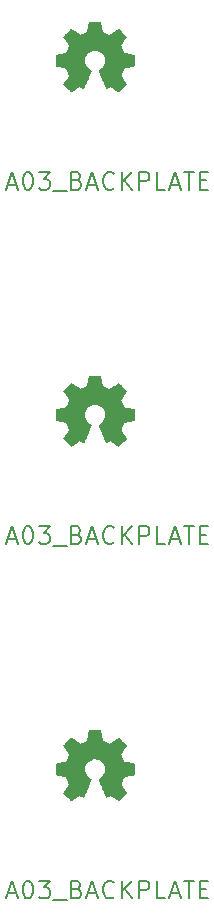
<source format=gbr>
G04 #@! TF.GenerationSoftware,KiCad,Pcbnew,5.1.5-52549c5~86~ubuntu18.04.1*
G04 #@! TF.CreationDate,2020-08-28T13:52:30-05:00*
G04 #@! TF.ProjectId,,58585858-5858-4585-9858-585858585858,rev?*
G04 #@! TF.SameCoordinates,Original*
G04 #@! TF.FileFunction,Legend,Top*
G04 #@! TF.FilePolarity,Positive*
%FSLAX46Y46*%
G04 Gerber Fmt 4.6, Leading zero omitted, Abs format (unit mm)*
G04 Created by KiCad (PCBNEW 5.1.5-52549c5~86~ubuntu18.04.1) date 2020-08-28 13:52:30*
%MOMM*%
%LPD*%
G04 APERTURE LIST*
%ADD10C,0.150000*%
%ADD11C,0.010000*%
G04 APERTURE END LIST*
D10*
X107628800Y-137008800D02*
X108343085Y-137008800D01*
X107485942Y-137437371D02*
X107985942Y-135937371D01*
X108485942Y-137437371D01*
X109271657Y-135937371D02*
X109414514Y-135937371D01*
X109557371Y-136008800D01*
X109628800Y-136080228D01*
X109700228Y-136223085D01*
X109771657Y-136508800D01*
X109771657Y-136865942D01*
X109700228Y-137151657D01*
X109628800Y-137294514D01*
X109557371Y-137365942D01*
X109414514Y-137437371D01*
X109271657Y-137437371D01*
X109128800Y-137365942D01*
X109057371Y-137294514D01*
X108985942Y-137151657D01*
X108914514Y-136865942D01*
X108914514Y-136508800D01*
X108985942Y-136223085D01*
X109057371Y-136080228D01*
X109128800Y-136008800D01*
X109271657Y-135937371D01*
X110271657Y-135937371D02*
X111200228Y-135937371D01*
X110700228Y-136508800D01*
X110914514Y-136508800D01*
X111057371Y-136580228D01*
X111128800Y-136651657D01*
X111200228Y-136794514D01*
X111200228Y-137151657D01*
X111128800Y-137294514D01*
X111057371Y-137365942D01*
X110914514Y-137437371D01*
X110485942Y-137437371D01*
X110343085Y-137365942D01*
X110271657Y-137294514D01*
X111485942Y-137580228D02*
X112628800Y-137580228D01*
X113485942Y-136651657D02*
X113700228Y-136723085D01*
X113771657Y-136794514D01*
X113843085Y-136937371D01*
X113843085Y-137151657D01*
X113771657Y-137294514D01*
X113700228Y-137365942D01*
X113557371Y-137437371D01*
X112985942Y-137437371D01*
X112985942Y-135937371D01*
X113485942Y-135937371D01*
X113628800Y-136008800D01*
X113700228Y-136080228D01*
X113771657Y-136223085D01*
X113771657Y-136365942D01*
X113700228Y-136508800D01*
X113628800Y-136580228D01*
X113485942Y-136651657D01*
X112985942Y-136651657D01*
X114414514Y-137008800D02*
X115128800Y-137008800D01*
X114271657Y-137437371D02*
X114771657Y-135937371D01*
X115271657Y-137437371D01*
X116628800Y-137294514D02*
X116557371Y-137365942D01*
X116343085Y-137437371D01*
X116200228Y-137437371D01*
X115985942Y-137365942D01*
X115843085Y-137223085D01*
X115771657Y-137080228D01*
X115700228Y-136794514D01*
X115700228Y-136580228D01*
X115771657Y-136294514D01*
X115843085Y-136151657D01*
X115985942Y-136008800D01*
X116200228Y-135937371D01*
X116343085Y-135937371D01*
X116557371Y-136008800D01*
X116628800Y-136080228D01*
X117271657Y-137437371D02*
X117271657Y-135937371D01*
X118128800Y-137437371D02*
X117485942Y-136580228D01*
X118128800Y-135937371D02*
X117271657Y-136794514D01*
X118771657Y-137437371D02*
X118771657Y-135937371D01*
X119343085Y-135937371D01*
X119485942Y-136008800D01*
X119557371Y-136080228D01*
X119628800Y-136223085D01*
X119628800Y-136437371D01*
X119557371Y-136580228D01*
X119485942Y-136651657D01*
X119343085Y-136723085D01*
X118771657Y-136723085D01*
X120985942Y-137437371D02*
X120271657Y-137437371D01*
X120271657Y-135937371D01*
X121414514Y-137008800D02*
X122128800Y-137008800D01*
X121271657Y-137437371D02*
X121771657Y-135937371D01*
X122271657Y-137437371D01*
X122557371Y-135937371D02*
X123414514Y-135937371D01*
X122985942Y-137437371D02*
X122985942Y-135937371D01*
X123914514Y-136651657D02*
X124414514Y-136651657D01*
X124628800Y-137437371D02*
X123914514Y-137437371D01*
X123914514Y-135937371D01*
X124628800Y-135937371D01*
X107628800Y-107008800D02*
X108343085Y-107008800D01*
X107485942Y-107437371D02*
X107985942Y-105937371D01*
X108485942Y-107437371D01*
X109271657Y-105937371D02*
X109414514Y-105937371D01*
X109557371Y-106008800D01*
X109628800Y-106080228D01*
X109700228Y-106223085D01*
X109771657Y-106508800D01*
X109771657Y-106865942D01*
X109700228Y-107151657D01*
X109628800Y-107294514D01*
X109557371Y-107365942D01*
X109414514Y-107437371D01*
X109271657Y-107437371D01*
X109128800Y-107365942D01*
X109057371Y-107294514D01*
X108985942Y-107151657D01*
X108914514Y-106865942D01*
X108914514Y-106508800D01*
X108985942Y-106223085D01*
X109057371Y-106080228D01*
X109128800Y-106008800D01*
X109271657Y-105937371D01*
X110271657Y-105937371D02*
X111200228Y-105937371D01*
X110700228Y-106508800D01*
X110914514Y-106508800D01*
X111057371Y-106580228D01*
X111128800Y-106651657D01*
X111200228Y-106794514D01*
X111200228Y-107151657D01*
X111128800Y-107294514D01*
X111057371Y-107365942D01*
X110914514Y-107437371D01*
X110485942Y-107437371D01*
X110343085Y-107365942D01*
X110271657Y-107294514D01*
X111485942Y-107580228D02*
X112628800Y-107580228D01*
X113485942Y-106651657D02*
X113700228Y-106723085D01*
X113771657Y-106794514D01*
X113843085Y-106937371D01*
X113843085Y-107151657D01*
X113771657Y-107294514D01*
X113700228Y-107365942D01*
X113557371Y-107437371D01*
X112985942Y-107437371D01*
X112985942Y-105937371D01*
X113485942Y-105937371D01*
X113628800Y-106008800D01*
X113700228Y-106080228D01*
X113771657Y-106223085D01*
X113771657Y-106365942D01*
X113700228Y-106508800D01*
X113628800Y-106580228D01*
X113485942Y-106651657D01*
X112985942Y-106651657D01*
X114414514Y-107008800D02*
X115128800Y-107008800D01*
X114271657Y-107437371D02*
X114771657Y-105937371D01*
X115271657Y-107437371D01*
X116628800Y-107294514D02*
X116557371Y-107365942D01*
X116343085Y-107437371D01*
X116200228Y-107437371D01*
X115985942Y-107365942D01*
X115843085Y-107223085D01*
X115771657Y-107080228D01*
X115700228Y-106794514D01*
X115700228Y-106580228D01*
X115771657Y-106294514D01*
X115843085Y-106151657D01*
X115985942Y-106008800D01*
X116200228Y-105937371D01*
X116343085Y-105937371D01*
X116557371Y-106008800D01*
X116628800Y-106080228D01*
X117271657Y-107437371D02*
X117271657Y-105937371D01*
X118128800Y-107437371D02*
X117485942Y-106580228D01*
X118128800Y-105937371D02*
X117271657Y-106794514D01*
X118771657Y-107437371D02*
X118771657Y-105937371D01*
X119343085Y-105937371D01*
X119485942Y-106008800D01*
X119557371Y-106080228D01*
X119628800Y-106223085D01*
X119628800Y-106437371D01*
X119557371Y-106580228D01*
X119485942Y-106651657D01*
X119343085Y-106723085D01*
X118771657Y-106723085D01*
X120985942Y-107437371D02*
X120271657Y-107437371D01*
X120271657Y-105937371D01*
X121414514Y-107008800D02*
X122128800Y-107008800D01*
X121271657Y-107437371D02*
X121771657Y-105937371D01*
X122271657Y-107437371D01*
X122557371Y-105937371D02*
X123414514Y-105937371D01*
X122985942Y-107437371D02*
X122985942Y-105937371D01*
X123914514Y-106651657D02*
X124414514Y-106651657D01*
X124628800Y-107437371D02*
X123914514Y-107437371D01*
X123914514Y-105937371D01*
X124628800Y-105937371D01*
X107628800Y-77008800D02*
X108343085Y-77008800D01*
X107485942Y-77437371D02*
X107985942Y-75937371D01*
X108485942Y-77437371D01*
X109271657Y-75937371D02*
X109414514Y-75937371D01*
X109557371Y-76008800D01*
X109628800Y-76080228D01*
X109700228Y-76223085D01*
X109771657Y-76508800D01*
X109771657Y-76865942D01*
X109700228Y-77151657D01*
X109628800Y-77294514D01*
X109557371Y-77365942D01*
X109414514Y-77437371D01*
X109271657Y-77437371D01*
X109128800Y-77365942D01*
X109057371Y-77294514D01*
X108985942Y-77151657D01*
X108914514Y-76865942D01*
X108914514Y-76508800D01*
X108985942Y-76223085D01*
X109057371Y-76080228D01*
X109128800Y-76008800D01*
X109271657Y-75937371D01*
X110271657Y-75937371D02*
X111200228Y-75937371D01*
X110700228Y-76508800D01*
X110914514Y-76508800D01*
X111057371Y-76580228D01*
X111128800Y-76651657D01*
X111200228Y-76794514D01*
X111200228Y-77151657D01*
X111128800Y-77294514D01*
X111057371Y-77365942D01*
X110914514Y-77437371D01*
X110485942Y-77437371D01*
X110343085Y-77365942D01*
X110271657Y-77294514D01*
X111485942Y-77580228D02*
X112628800Y-77580228D01*
X113485942Y-76651657D02*
X113700228Y-76723085D01*
X113771657Y-76794514D01*
X113843085Y-76937371D01*
X113843085Y-77151657D01*
X113771657Y-77294514D01*
X113700228Y-77365942D01*
X113557371Y-77437371D01*
X112985942Y-77437371D01*
X112985942Y-75937371D01*
X113485942Y-75937371D01*
X113628800Y-76008800D01*
X113700228Y-76080228D01*
X113771657Y-76223085D01*
X113771657Y-76365942D01*
X113700228Y-76508800D01*
X113628800Y-76580228D01*
X113485942Y-76651657D01*
X112985942Y-76651657D01*
X114414514Y-77008800D02*
X115128800Y-77008800D01*
X114271657Y-77437371D02*
X114771657Y-75937371D01*
X115271657Y-77437371D01*
X116628800Y-77294514D02*
X116557371Y-77365942D01*
X116343085Y-77437371D01*
X116200228Y-77437371D01*
X115985942Y-77365942D01*
X115843085Y-77223085D01*
X115771657Y-77080228D01*
X115700228Y-76794514D01*
X115700228Y-76580228D01*
X115771657Y-76294514D01*
X115843085Y-76151657D01*
X115985942Y-76008800D01*
X116200228Y-75937371D01*
X116343085Y-75937371D01*
X116557371Y-76008800D01*
X116628800Y-76080228D01*
X117271657Y-77437371D02*
X117271657Y-75937371D01*
X118128800Y-77437371D02*
X117485942Y-76580228D01*
X118128800Y-75937371D02*
X117271657Y-76794514D01*
X118771657Y-77437371D02*
X118771657Y-75937371D01*
X119343085Y-75937371D01*
X119485942Y-76008800D01*
X119557371Y-76080228D01*
X119628800Y-76223085D01*
X119628800Y-76437371D01*
X119557371Y-76580228D01*
X119485942Y-76651657D01*
X119343085Y-76723085D01*
X118771657Y-76723085D01*
X120985942Y-77437371D02*
X120271657Y-77437371D01*
X120271657Y-75937371D01*
X121414514Y-77008800D02*
X122128800Y-77008800D01*
X121271657Y-77437371D02*
X121771657Y-75937371D01*
X122271657Y-77437371D01*
X122557371Y-75937371D02*
X123414514Y-75937371D01*
X122985942Y-77437371D02*
X122985942Y-75937371D01*
X123914514Y-76651657D02*
X124414514Y-76651657D01*
X124628800Y-77437371D02*
X123914514Y-77437371D01*
X123914514Y-75937371D01*
X124628800Y-75937371D01*
D11*
G36*
X115541614Y-123635931D02*
G01*
X115625435Y-124080555D01*
X115934720Y-124208053D01*
X116244006Y-124335551D01*
X116615046Y-124083246D01*
X116718957Y-124012996D01*
X116812887Y-123950272D01*
X116892452Y-123897938D01*
X116953270Y-123858857D01*
X116990957Y-123835893D01*
X117001221Y-123830942D01*
X117019710Y-123843676D01*
X117059220Y-123878882D01*
X117115322Y-123932062D01*
X117183587Y-123998718D01*
X117259586Y-124074354D01*
X117338892Y-124154472D01*
X117417075Y-124234574D01*
X117489707Y-124310164D01*
X117552359Y-124376745D01*
X117600603Y-124429818D01*
X117630010Y-124464887D01*
X117637041Y-124476623D01*
X117626923Y-124498260D01*
X117598559Y-124545662D01*
X117554929Y-124614193D01*
X117499018Y-124699215D01*
X117433806Y-124796093D01*
X117396019Y-124851350D01*
X117327143Y-124952248D01*
X117265940Y-125043299D01*
X117215378Y-125119970D01*
X117178428Y-125177728D01*
X117158058Y-125212043D01*
X117154997Y-125219254D01*
X117161936Y-125239748D01*
X117180851Y-125287513D01*
X117208887Y-125355832D01*
X117243191Y-125437989D01*
X117280909Y-125527270D01*
X117319187Y-125616958D01*
X117355170Y-125700338D01*
X117386006Y-125770694D01*
X117408839Y-125821310D01*
X117420817Y-125845471D01*
X117421524Y-125846422D01*
X117440331Y-125851036D01*
X117490418Y-125861328D01*
X117566593Y-125876287D01*
X117663665Y-125894901D01*
X117776443Y-125916159D01*
X117842242Y-125928418D01*
X117962750Y-125951362D01*
X118071597Y-125973195D01*
X118163276Y-125992722D01*
X118232281Y-126008748D01*
X118273104Y-126020079D01*
X118281311Y-126023674D01*
X118289348Y-126048006D01*
X118295833Y-126102959D01*
X118300770Y-126182108D01*
X118304164Y-126279026D01*
X118306018Y-126387287D01*
X118306338Y-126500465D01*
X118305127Y-126612135D01*
X118302390Y-126715868D01*
X118298131Y-126805241D01*
X118292355Y-126873826D01*
X118285067Y-126915197D01*
X118280695Y-126923810D01*
X118254564Y-126934133D01*
X118199193Y-126948892D01*
X118121907Y-126966352D01*
X118030030Y-126984780D01*
X117997958Y-126990741D01*
X117843324Y-127019066D01*
X117721175Y-127041876D01*
X117627473Y-127060080D01*
X117558184Y-127074583D01*
X117509271Y-127086292D01*
X117476697Y-127096115D01*
X117456428Y-127104956D01*
X117444426Y-127113724D01*
X117442747Y-127115457D01*
X117425984Y-127143371D01*
X117400414Y-127197695D01*
X117368588Y-127271777D01*
X117333060Y-127358965D01*
X117296383Y-127452608D01*
X117261111Y-127546052D01*
X117229796Y-127632647D01*
X117204993Y-127705740D01*
X117189254Y-127758678D01*
X117185132Y-127784811D01*
X117185476Y-127785726D01*
X117199441Y-127807086D01*
X117231122Y-127854084D01*
X117277191Y-127921827D01*
X117334318Y-128005423D01*
X117399173Y-128099982D01*
X117417643Y-128126854D01*
X117483499Y-128224275D01*
X117541450Y-128313163D01*
X117588338Y-128388412D01*
X117621007Y-128444920D01*
X117636300Y-128477581D01*
X117637041Y-128481593D01*
X117624192Y-128502684D01*
X117588688Y-128544464D01*
X117535093Y-128602445D01*
X117467971Y-128672135D01*
X117391887Y-128749045D01*
X117311404Y-128828683D01*
X117231087Y-128906561D01*
X117155499Y-128978186D01*
X117089205Y-129039070D01*
X117036769Y-129084721D01*
X117002755Y-129110650D01*
X116993345Y-129114883D01*
X116971443Y-129104912D01*
X116926600Y-129078020D01*
X116866121Y-129038736D01*
X116819589Y-129007117D01*
X116735275Y-128949098D01*
X116635426Y-128880784D01*
X116535273Y-128812579D01*
X116481427Y-128776075D01*
X116299171Y-128652800D01*
X116146181Y-128735520D01*
X116076482Y-128771759D01*
X116017214Y-128799926D01*
X115977111Y-128815991D01*
X115966903Y-128818226D01*
X115954629Y-128801722D01*
X115930413Y-128755082D01*
X115896063Y-128682609D01*
X115853388Y-128588606D01*
X115804194Y-128477374D01*
X115750290Y-128353215D01*
X115693484Y-128220432D01*
X115635582Y-128083327D01*
X115578393Y-127946202D01*
X115523724Y-127813358D01*
X115473384Y-127689098D01*
X115429180Y-127577725D01*
X115392919Y-127483539D01*
X115366409Y-127410844D01*
X115351458Y-127363941D01*
X115349054Y-127347833D01*
X115368111Y-127327286D01*
X115409836Y-127293933D01*
X115465506Y-127254702D01*
X115470178Y-127251599D01*
X115614064Y-127136423D01*
X115730083Y-127002053D01*
X115817230Y-126852784D01*
X115874499Y-126692913D01*
X115900886Y-126526737D01*
X115895385Y-126358552D01*
X115856990Y-126192655D01*
X115784695Y-126033342D01*
X115763426Y-125998487D01*
X115652796Y-125857737D01*
X115522102Y-125744714D01*
X115375864Y-125660003D01*
X115218608Y-125604194D01*
X115054857Y-125577874D01*
X114889133Y-125581630D01*
X114725962Y-125616050D01*
X114569865Y-125681723D01*
X114425367Y-125779235D01*
X114380669Y-125818813D01*
X114266912Y-125942703D01*
X114184018Y-126073124D01*
X114127156Y-126219315D01*
X114095487Y-126364088D01*
X114087669Y-126526860D01*
X114113738Y-126690440D01*
X114171045Y-126849298D01*
X114256944Y-126997906D01*
X114368786Y-127130735D01*
X114503923Y-127242256D01*
X114521683Y-127254011D01*
X114577950Y-127292508D01*
X114620723Y-127325863D01*
X114641172Y-127347160D01*
X114641469Y-127347833D01*
X114637079Y-127370871D01*
X114619676Y-127423157D01*
X114591068Y-127500390D01*
X114553065Y-127598268D01*
X114507474Y-127712491D01*
X114456103Y-127838758D01*
X114400762Y-127972767D01*
X114343258Y-128110218D01*
X114285401Y-128246808D01*
X114228998Y-128378237D01*
X114175858Y-128500205D01*
X114127790Y-128608409D01*
X114086601Y-128698549D01*
X114054101Y-128766323D01*
X114032097Y-128807430D01*
X114023236Y-128818226D01*
X113996160Y-128809819D01*
X113945497Y-128787272D01*
X113879983Y-128754613D01*
X113843959Y-128735520D01*
X113690968Y-128652800D01*
X113508712Y-128776075D01*
X113415675Y-128839228D01*
X113313815Y-128908727D01*
X113218362Y-128974165D01*
X113170550Y-129007117D01*
X113103305Y-129052273D01*
X113046364Y-129088057D01*
X113007154Y-129109938D01*
X112994419Y-129114563D01*
X112975883Y-129102085D01*
X112934859Y-129067252D01*
X112875325Y-129013678D01*
X112801258Y-128944983D01*
X112716635Y-128864781D01*
X112663115Y-128813286D01*
X112569481Y-128721286D01*
X112488559Y-128638999D01*
X112423623Y-128569945D01*
X112377942Y-128517644D01*
X112354789Y-128485616D01*
X112352568Y-128479116D01*
X112362876Y-128454394D01*
X112391361Y-128404405D01*
X112434863Y-128334212D01*
X112490223Y-128248875D01*
X112554280Y-128153456D01*
X112572497Y-128126854D01*
X112638873Y-128030167D01*
X112698422Y-127943117D01*
X112747816Y-127870595D01*
X112783725Y-127817493D01*
X112802819Y-127788703D01*
X112804664Y-127785726D01*
X112801905Y-127762782D01*
X112787262Y-127712336D01*
X112763287Y-127641041D01*
X112732534Y-127555547D01*
X112697556Y-127462507D01*
X112660907Y-127368574D01*
X112625139Y-127280399D01*
X112592806Y-127204634D01*
X112566462Y-127147931D01*
X112548658Y-127116943D01*
X112547393Y-127115457D01*
X112536506Y-127106601D01*
X112518118Y-127097843D01*
X112488194Y-127088277D01*
X112442697Y-127076996D01*
X112377591Y-127063093D01*
X112288839Y-127045663D01*
X112172407Y-127023798D01*
X112024258Y-126996591D01*
X111992182Y-126990741D01*
X111897114Y-126972374D01*
X111814235Y-126954405D01*
X111750870Y-126938569D01*
X111714342Y-126926600D01*
X111709444Y-126923810D01*
X111701373Y-126899072D01*
X111694813Y-126843790D01*
X111689767Y-126764389D01*
X111686241Y-126667296D01*
X111684239Y-126558938D01*
X111683764Y-126445740D01*
X111684823Y-126334128D01*
X111687418Y-126230529D01*
X111691554Y-126141368D01*
X111697237Y-126073072D01*
X111704469Y-126032066D01*
X111708829Y-126023674D01*
X111733102Y-126015208D01*
X111788374Y-126001435D01*
X111869138Y-125983550D01*
X111969888Y-125962748D01*
X112085117Y-125940223D01*
X112147898Y-125928418D01*
X112267013Y-125906151D01*
X112373235Y-125885979D01*
X112461373Y-125868915D01*
X112526234Y-125855969D01*
X112562626Y-125848155D01*
X112568616Y-125846422D01*
X112578739Y-125826890D01*
X112600138Y-125779843D01*
X112629961Y-125712003D01*
X112665355Y-125630091D01*
X112703468Y-125540828D01*
X112741447Y-125450935D01*
X112776440Y-125367135D01*
X112805594Y-125296147D01*
X112826057Y-125244694D01*
X112834977Y-125219497D01*
X112835143Y-125218396D01*
X112825031Y-125198519D01*
X112796683Y-125152777D01*
X112753077Y-125085717D01*
X112697194Y-125001884D01*
X112632013Y-124905826D01*
X112594121Y-124850650D01*
X112525075Y-124749481D01*
X112463750Y-124657630D01*
X112413137Y-124579744D01*
X112376229Y-124520469D01*
X112356018Y-124484451D01*
X112353099Y-124476377D01*
X112365647Y-124457584D01*
X112400337Y-124417457D01*
X112452737Y-124360493D01*
X112518416Y-124291185D01*
X112592944Y-124214031D01*
X112671887Y-124133525D01*
X112750817Y-124054163D01*
X112825300Y-123980440D01*
X112890906Y-123916852D01*
X112943204Y-123867894D01*
X112977761Y-123838061D01*
X112989322Y-123830942D01*
X113008146Y-123840953D01*
X113053169Y-123869078D01*
X113120013Y-123912454D01*
X113204301Y-123968218D01*
X113301656Y-124033506D01*
X113375093Y-124083246D01*
X113746133Y-124335551D01*
X114364705Y-124080555D01*
X114448525Y-123635931D01*
X114532346Y-123191307D01*
X115457794Y-123191307D01*
X115541614Y-123635931D01*
G37*
X115541614Y-123635931D02*
X115625435Y-124080555D01*
X115934720Y-124208053D01*
X116244006Y-124335551D01*
X116615046Y-124083246D01*
X116718957Y-124012996D01*
X116812887Y-123950272D01*
X116892452Y-123897938D01*
X116953270Y-123858857D01*
X116990957Y-123835893D01*
X117001221Y-123830942D01*
X117019710Y-123843676D01*
X117059220Y-123878882D01*
X117115322Y-123932062D01*
X117183587Y-123998718D01*
X117259586Y-124074354D01*
X117338892Y-124154472D01*
X117417075Y-124234574D01*
X117489707Y-124310164D01*
X117552359Y-124376745D01*
X117600603Y-124429818D01*
X117630010Y-124464887D01*
X117637041Y-124476623D01*
X117626923Y-124498260D01*
X117598559Y-124545662D01*
X117554929Y-124614193D01*
X117499018Y-124699215D01*
X117433806Y-124796093D01*
X117396019Y-124851350D01*
X117327143Y-124952248D01*
X117265940Y-125043299D01*
X117215378Y-125119970D01*
X117178428Y-125177728D01*
X117158058Y-125212043D01*
X117154997Y-125219254D01*
X117161936Y-125239748D01*
X117180851Y-125287513D01*
X117208887Y-125355832D01*
X117243191Y-125437989D01*
X117280909Y-125527270D01*
X117319187Y-125616958D01*
X117355170Y-125700338D01*
X117386006Y-125770694D01*
X117408839Y-125821310D01*
X117420817Y-125845471D01*
X117421524Y-125846422D01*
X117440331Y-125851036D01*
X117490418Y-125861328D01*
X117566593Y-125876287D01*
X117663665Y-125894901D01*
X117776443Y-125916159D01*
X117842242Y-125928418D01*
X117962750Y-125951362D01*
X118071597Y-125973195D01*
X118163276Y-125992722D01*
X118232281Y-126008748D01*
X118273104Y-126020079D01*
X118281311Y-126023674D01*
X118289348Y-126048006D01*
X118295833Y-126102959D01*
X118300770Y-126182108D01*
X118304164Y-126279026D01*
X118306018Y-126387287D01*
X118306338Y-126500465D01*
X118305127Y-126612135D01*
X118302390Y-126715868D01*
X118298131Y-126805241D01*
X118292355Y-126873826D01*
X118285067Y-126915197D01*
X118280695Y-126923810D01*
X118254564Y-126934133D01*
X118199193Y-126948892D01*
X118121907Y-126966352D01*
X118030030Y-126984780D01*
X117997958Y-126990741D01*
X117843324Y-127019066D01*
X117721175Y-127041876D01*
X117627473Y-127060080D01*
X117558184Y-127074583D01*
X117509271Y-127086292D01*
X117476697Y-127096115D01*
X117456428Y-127104956D01*
X117444426Y-127113724D01*
X117442747Y-127115457D01*
X117425984Y-127143371D01*
X117400414Y-127197695D01*
X117368588Y-127271777D01*
X117333060Y-127358965D01*
X117296383Y-127452608D01*
X117261111Y-127546052D01*
X117229796Y-127632647D01*
X117204993Y-127705740D01*
X117189254Y-127758678D01*
X117185132Y-127784811D01*
X117185476Y-127785726D01*
X117199441Y-127807086D01*
X117231122Y-127854084D01*
X117277191Y-127921827D01*
X117334318Y-128005423D01*
X117399173Y-128099982D01*
X117417643Y-128126854D01*
X117483499Y-128224275D01*
X117541450Y-128313163D01*
X117588338Y-128388412D01*
X117621007Y-128444920D01*
X117636300Y-128477581D01*
X117637041Y-128481593D01*
X117624192Y-128502684D01*
X117588688Y-128544464D01*
X117535093Y-128602445D01*
X117467971Y-128672135D01*
X117391887Y-128749045D01*
X117311404Y-128828683D01*
X117231087Y-128906561D01*
X117155499Y-128978186D01*
X117089205Y-129039070D01*
X117036769Y-129084721D01*
X117002755Y-129110650D01*
X116993345Y-129114883D01*
X116971443Y-129104912D01*
X116926600Y-129078020D01*
X116866121Y-129038736D01*
X116819589Y-129007117D01*
X116735275Y-128949098D01*
X116635426Y-128880784D01*
X116535273Y-128812579D01*
X116481427Y-128776075D01*
X116299171Y-128652800D01*
X116146181Y-128735520D01*
X116076482Y-128771759D01*
X116017214Y-128799926D01*
X115977111Y-128815991D01*
X115966903Y-128818226D01*
X115954629Y-128801722D01*
X115930413Y-128755082D01*
X115896063Y-128682609D01*
X115853388Y-128588606D01*
X115804194Y-128477374D01*
X115750290Y-128353215D01*
X115693484Y-128220432D01*
X115635582Y-128083327D01*
X115578393Y-127946202D01*
X115523724Y-127813358D01*
X115473384Y-127689098D01*
X115429180Y-127577725D01*
X115392919Y-127483539D01*
X115366409Y-127410844D01*
X115351458Y-127363941D01*
X115349054Y-127347833D01*
X115368111Y-127327286D01*
X115409836Y-127293933D01*
X115465506Y-127254702D01*
X115470178Y-127251599D01*
X115614064Y-127136423D01*
X115730083Y-127002053D01*
X115817230Y-126852784D01*
X115874499Y-126692913D01*
X115900886Y-126526737D01*
X115895385Y-126358552D01*
X115856990Y-126192655D01*
X115784695Y-126033342D01*
X115763426Y-125998487D01*
X115652796Y-125857737D01*
X115522102Y-125744714D01*
X115375864Y-125660003D01*
X115218608Y-125604194D01*
X115054857Y-125577874D01*
X114889133Y-125581630D01*
X114725962Y-125616050D01*
X114569865Y-125681723D01*
X114425367Y-125779235D01*
X114380669Y-125818813D01*
X114266912Y-125942703D01*
X114184018Y-126073124D01*
X114127156Y-126219315D01*
X114095487Y-126364088D01*
X114087669Y-126526860D01*
X114113738Y-126690440D01*
X114171045Y-126849298D01*
X114256944Y-126997906D01*
X114368786Y-127130735D01*
X114503923Y-127242256D01*
X114521683Y-127254011D01*
X114577950Y-127292508D01*
X114620723Y-127325863D01*
X114641172Y-127347160D01*
X114641469Y-127347833D01*
X114637079Y-127370871D01*
X114619676Y-127423157D01*
X114591068Y-127500390D01*
X114553065Y-127598268D01*
X114507474Y-127712491D01*
X114456103Y-127838758D01*
X114400762Y-127972767D01*
X114343258Y-128110218D01*
X114285401Y-128246808D01*
X114228998Y-128378237D01*
X114175858Y-128500205D01*
X114127790Y-128608409D01*
X114086601Y-128698549D01*
X114054101Y-128766323D01*
X114032097Y-128807430D01*
X114023236Y-128818226D01*
X113996160Y-128809819D01*
X113945497Y-128787272D01*
X113879983Y-128754613D01*
X113843959Y-128735520D01*
X113690968Y-128652800D01*
X113508712Y-128776075D01*
X113415675Y-128839228D01*
X113313815Y-128908727D01*
X113218362Y-128974165D01*
X113170550Y-129007117D01*
X113103305Y-129052273D01*
X113046364Y-129088057D01*
X113007154Y-129109938D01*
X112994419Y-129114563D01*
X112975883Y-129102085D01*
X112934859Y-129067252D01*
X112875325Y-129013678D01*
X112801258Y-128944983D01*
X112716635Y-128864781D01*
X112663115Y-128813286D01*
X112569481Y-128721286D01*
X112488559Y-128638999D01*
X112423623Y-128569945D01*
X112377942Y-128517644D01*
X112354789Y-128485616D01*
X112352568Y-128479116D01*
X112362876Y-128454394D01*
X112391361Y-128404405D01*
X112434863Y-128334212D01*
X112490223Y-128248875D01*
X112554280Y-128153456D01*
X112572497Y-128126854D01*
X112638873Y-128030167D01*
X112698422Y-127943117D01*
X112747816Y-127870595D01*
X112783725Y-127817493D01*
X112802819Y-127788703D01*
X112804664Y-127785726D01*
X112801905Y-127762782D01*
X112787262Y-127712336D01*
X112763287Y-127641041D01*
X112732534Y-127555547D01*
X112697556Y-127462507D01*
X112660907Y-127368574D01*
X112625139Y-127280399D01*
X112592806Y-127204634D01*
X112566462Y-127147931D01*
X112548658Y-127116943D01*
X112547393Y-127115457D01*
X112536506Y-127106601D01*
X112518118Y-127097843D01*
X112488194Y-127088277D01*
X112442697Y-127076996D01*
X112377591Y-127063093D01*
X112288839Y-127045663D01*
X112172407Y-127023798D01*
X112024258Y-126996591D01*
X111992182Y-126990741D01*
X111897114Y-126972374D01*
X111814235Y-126954405D01*
X111750870Y-126938569D01*
X111714342Y-126926600D01*
X111709444Y-126923810D01*
X111701373Y-126899072D01*
X111694813Y-126843790D01*
X111689767Y-126764389D01*
X111686241Y-126667296D01*
X111684239Y-126558938D01*
X111683764Y-126445740D01*
X111684823Y-126334128D01*
X111687418Y-126230529D01*
X111691554Y-126141368D01*
X111697237Y-126073072D01*
X111704469Y-126032066D01*
X111708829Y-126023674D01*
X111733102Y-126015208D01*
X111788374Y-126001435D01*
X111869138Y-125983550D01*
X111969888Y-125962748D01*
X112085117Y-125940223D01*
X112147898Y-125928418D01*
X112267013Y-125906151D01*
X112373235Y-125885979D01*
X112461373Y-125868915D01*
X112526234Y-125855969D01*
X112562626Y-125848155D01*
X112568616Y-125846422D01*
X112578739Y-125826890D01*
X112600138Y-125779843D01*
X112629961Y-125712003D01*
X112665355Y-125630091D01*
X112703468Y-125540828D01*
X112741447Y-125450935D01*
X112776440Y-125367135D01*
X112805594Y-125296147D01*
X112826057Y-125244694D01*
X112834977Y-125219497D01*
X112835143Y-125218396D01*
X112825031Y-125198519D01*
X112796683Y-125152777D01*
X112753077Y-125085717D01*
X112697194Y-125001884D01*
X112632013Y-124905826D01*
X112594121Y-124850650D01*
X112525075Y-124749481D01*
X112463750Y-124657630D01*
X112413137Y-124579744D01*
X112376229Y-124520469D01*
X112356018Y-124484451D01*
X112353099Y-124476377D01*
X112365647Y-124457584D01*
X112400337Y-124417457D01*
X112452737Y-124360493D01*
X112518416Y-124291185D01*
X112592944Y-124214031D01*
X112671887Y-124133525D01*
X112750817Y-124054163D01*
X112825300Y-123980440D01*
X112890906Y-123916852D01*
X112943204Y-123867894D01*
X112977761Y-123838061D01*
X112989322Y-123830942D01*
X113008146Y-123840953D01*
X113053169Y-123869078D01*
X113120013Y-123912454D01*
X113204301Y-123968218D01*
X113301656Y-124033506D01*
X113375093Y-124083246D01*
X113746133Y-124335551D01*
X114364705Y-124080555D01*
X114448525Y-123635931D01*
X114532346Y-123191307D01*
X115457794Y-123191307D01*
X115541614Y-123635931D01*
G36*
X115541614Y-93635931D02*
G01*
X115625435Y-94080555D01*
X115934720Y-94208053D01*
X116244006Y-94335551D01*
X116615046Y-94083246D01*
X116718957Y-94012996D01*
X116812887Y-93950272D01*
X116892452Y-93897938D01*
X116953270Y-93858857D01*
X116990957Y-93835893D01*
X117001221Y-93830942D01*
X117019710Y-93843676D01*
X117059220Y-93878882D01*
X117115322Y-93932062D01*
X117183587Y-93998718D01*
X117259586Y-94074354D01*
X117338892Y-94154472D01*
X117417075Y-94234574D01*
X117489707Y-94310164D01*
X117552359Y-94376745D01*
X117600603Y-94429818D01*
X117630010Y-94464887D01*
X117637041Y-94476623D01*
X117626923Y-94498260D01*
X117598559Y-94545662D01*
X117554929Y-94614193D01*
X117499018Y-94699215D01*
X117433806Y-94796093D01*
X117396019Y-94851350D01*
X117327143Y-94952248D01*
X117265940Y-95043299D01*
X117215378Y-95119970D01*
X117178428Y-95177728D01*
X117158058Y-95212043D01*
X117154997Y-95219254D01*
X117161936Y-95239748D01*
X117180851Y-95287513D01*
X117208887Y-95355832D01*
X117243191Y-95437989D01*
X117280909Y-95527270D01*
X117319187Y-95616958D01*
X117355170Y-95700338D01*
X117386006Y-95770694D01*
X117408839Y-95821310D01*
X117420817Y-95845471D01*
X117421524Y-95846422D01*
X117440331Y-95851036D01*
X117490418Y-95861328D01*
X117566593Y-95876287D01*
X117663665Y-95894901D01*
X117776443Y-95916159D01*
X117842242Y-95928418D01*
X117962750Y-95951362D01*
X118071597Y-95973195D01*
X118163276Y-95992722D01*
X118232281Y-96008748D01*
X118273104Y-96020079D01*
X118281311Y-96023674D01*
X118289348Y-96048006D01*
X118295833Y-96102959D01*
X118300770Y-96182108D01*
X118304164Y-96279026D01*
X118306018Y-96387287D01*
X118306338Y-96500465D01*
X118305127Y-96612135D01*
X118302390Y-96715868D01*
X118298131Y-96805241D01*
X118292355Y-96873826D01*
X118285067Y-96915197D01*
X118280695Y-96923810D01*
X118254564Y-96934133D01*
X118199193Y-96948892D01*
X118121907Y-96966352D01*
X118030030Y-96984780D01*
X117997958Y-96990741D01*
X117843324Y-97019066D01*
X117721175Y-97041876D01*
X117627473Y-97060080D01*
X117558184Y-97074583D01*
X117509271Y-97086292D01*
X117476697Y-97096115D01*
X117456428Y-97104956D01*
X117444426Y-97113724D01*
X117442747Y-97115457D01*
X117425984Y-97143371D01*
X117400414Y-97197695D01*
X117368588Y-97271777D01*
X117333060Y-97358965D01*
X117296383Y-97452608D01*
X117261111Y-97546052D01*
X117229796Y-97632647D01*
X117204993Y-97705740D01*
X117189254Y-97758678D01*
X117185132Y-97784811D01*
X117185476Y-97785726D01*
X117199441Y-97807086D01*
X117231122Y-97854084D01*
X117277191Y-97921827D01*
X117334318Y-98005423D01*
X117399173Y-98099982D01*
X117417643Y-98126854D01*
X117483499Y-98224275D01*
X117541450Y-98313163D01*
X117588338Y-98388412D01*
X117621007Y-98444920D01*
X117636300Y-98477581D01*
X117637041Y-98481593D01*
X117624192Y-98502684D01*
X117588688Y-98544464D01*
X117535093Y-98602445D01*
X117467971Y-98672135D01*
X117391887Y-98749045D01*
X117311404Y-98828683D01*
X117231087Y-98906561D01*
X117155499Y-98978186D01*
X117089205Y-99039070D01*
X117036769Y-99084721D01*
X117002755Y-99110650D01*
X116993345Y-99114883D01*
X116971443Y-99104912D01*
X116926600Y-99078020D01*
X116866121Y-99038736D01*
X116819589Y-99007117D01*
X116735275Y-98949098D01*
X116635426Y-98880784D01*
X116535273Y-98812579D01*
X116481427Y-98776075D01*
X116299171Y-98652800D01*
X116146181Y-98735520D01*
X116076482Y-98771759D01*
X116017214Y-98799926D01*
X115977111Y-98815991D01*
X115966903Y-98818226D01*
X115954629Y-98801722D01*
X115930413Y-98755082D01*
X115896063Y-98682609D01*
X115853388Y-98588606D01*
X115804194Y-98477374D01*
X115750290Y-98353215D01*
X115693484Y-98220432D01*
X115635582Y-98083327D01*
X115578393Y-97946202D01*
X115523724Y-97813358D01*
X115473384Y-97689098D01*
X115429180Y-97577725D01*
X115392919Y-97483539D01*
X115366409Y-97410844D01*
X115351458Y-97363941D01*
X115349054Y-97347833D01*
X115368111Y-97327286D01*
X115409836Y-97293933D01*
X115465506Y-97254702D01*
X115470178Y-97251599D01*
X115614064Y-97136423D01*
X115730083Y-97002053D01*
X115817230Y-96852784D01*
X115874499Y-96692913D01*
X115900886Y-96526737D01*
X115895385Y-96358552D01*
X115856990Y-96192655D01*
X115784695Y-96033342D01*
X115763426Y-95998487D01*
X115652796Y-95857737D01*
X115522102Y-95744714D01*
X115375864Y-95660003D01*
X115218608Y-95604194D01*
X115054857Y-95577874D01*
X114889133Y-95581630D01*
X114725962Y-95616050D01*
X114569865Y-95681723D01*
X114425367Y-95779235D01*
X114380669Y-95818813D01*
X114266912Y-95942703D01*
X114184018Y-96073124D01*
X114127156Y-96219315D01*
X114095487Y-96364088D01*
X114087669Y-96526860D01*
X114113738Y-96690440D01*
X114171045Y-96849298D01*
X114256944Y-96997906D01*
X114368786Y-97130735D01*
X114503923Y-97242256D01*
X114521683Y-97254011D01*
X114577950Y-97292508D01*
X114620723Y-97325863D01*
X114641172Y-97347160D01*
X114641469Y-97347833D01*
X114637079Y-97370871D01*
X114619676Y-97423157D01*
X114591068Y-97500390D01*
X114553065Y-97598268D01*
X114507474Y-97712491D01*
X114456103Y-97838758D01*
X114400762Y-97972767D01*
X114343258Y-98110218D01*
X114285401Y-98246808D01*
X114228998Y-98378237D01*
X114175858Y-98500205D01*
X114127790Y-98608409D01*
X114086601Y-98698549D01*
X114054101Y-98766323D01*
X114032097Y-98807430D01*
X114023236Y-98818226D01*
X113996160Y-98809819D01*
X113945497Y-98787272D01*
X113879983Y-98754613D01*
X113843959Y-98735520D01*
X113690968Y-98652800D01*
X113508712Y-98776075D01*
X113415675Y-98839228D01*
X113313815Y-98908727D01*
X113218362Y-98974165D01*
X113170550Y-99007117D01*
X113103305Y-99052273D01*
X113046364Y-99088057D01*
X113007154Y-99109938D01*
X112994419Y-99114563D01*
X112975883Y-99102085D01*
X112934859Y-99067252D01*
X112875325Y-99013678D01*
X112801258Y-98944983D01*
X112716635Y-98864781D01*
X112663115Y-98813286D01*
X112569481Y-98721286D01*
X112488559Y-98638999D01*
X112423623Y-98569945D01*
X112377942Y-98517644D01*
X112354789Y-98485616D01*
X112352568Y-98479116D01*
X112362876Y-98454394D01*
X112391361Y-98404405D01*
X112434863Y-98334212D01*
X112490223Y-98248875D01*
X112554280Y-98153456D01*
X112572497Y-98126854D01*
X112638873Y-98030167D01*
X112698422Y-97943117D01*
X112747816Y-97870595D01*
X112783725Y-97817493D01*
X112802819Y-97788703D01*
X112804664Y-97785726D01*
X112801905Y-97762782D01*
X112787262Y-97712336D01*
X112763287Y-97641041D01*
X112732534Y-97555547D01*
X112697556Y-97462507D01*
X112660907Y-97368574D01*
X112625139Y-97280399D01*
X112592806Y-97204634D01*
X112566462Y-97147931D01*
X112548658Y-97116943D01*
X112547393Y-97115457D01*
X112536506Y-97106601D01*
X112518118Y-97097843D01*
X112488194Y-97088277D01*
X112442697Y-97076996D01*
X112377591Y-97063093D01*
X112288839Y-97045663D01*
X112172407Y-97023798D01*
X112024258Y-96996591D01*
X111992182Y-96990741D01*
X111897114Y-96972374D01*
X111814235Y-96954405D01*
X111750870Y-96938569D01*
X111714342Y-96926600D01*
X111709444Y-96923810D01*
X111701373Y-96899072D01*
X111694813Y-96843790D01*
X111689767Y-96764389D01*
X111686241Y-96667296D01*
X111684239Y-96558938D01*
X111683764Y-96445740D01*
X111684823Y-96334128D01*
X111687418Y-96230529D01*
X111691554Y-96141368D01*
X111697237Y-96073072D01*
X111704469Y-96032066D01*
X111708829Y-96023674D01*
X111733102Y-96015208D01*
X111788374Y-96001435D01*
X111869138Y-95983550D01*
X111969888Y-95962748D01*
X112085117Y-95940223D01*
X112147898Y-95928418D01*
X112267013Y-95906151D01*
X112373235Y-95885979D01*
X112461373Y-95868915D01*
X112526234Y-95855969D01*
X112562626Y-95848155D01*
X112568616Y-95846422D01*
X112578739Y-95826890D01*
X112600138Y-95779843D01*
X112629961Y-95712003D01*
X112665355Y-95630091D01*
X112703468Y-95540828D01*
X112741447Y-95450935D01*
X112776440Y-95367135D01*
X112805594Y-95296147D01*
X112826057Y-95244694D01*
X112834977Y-95219497D01*
X112835143Y-95218396D01*
X112825031Y-95198519D01*
X112796683Y-95152777D01*
X112753077Y-95085717D01*
X112697194Y-95001884D01*
X112632013Y-94905826D01*
X112594121Y-94850650D01*
X112525075Y-94749481D01*
X112463750Y-94657630D01*
X112413137Y-94579744D01*
X112376229Y-94520469D01*
X112356018Y-94484451D01*
X112353099Y-94476377D01*
X112365647Y-94457584D01*
X112400337Y-94417457D01*
X112452737Y-94360493D01*
X112518416Y-94291185D01*
X112592944Y-94214031D01*
X112671887Y-94133525D01*
X112750817Y-94054163D01*
X112825300Y-93980440D01*
X112890906Y-93916852D01*
X112943204Y-93867894D01*
X112977761Y-93838061D01*
X112989322Y-93830942D01*
X113008146Y-93840953D01*
X113053169Y-93869078D01*
X113120013Y-93912454D01*
X113204301Y-93968218D01*
X113301656Y-94033506D01*
X113375093Y-94083246D01*
X113746133Y-94335551D01*
X114364705Y-94080555D01*
X114448525Y-93635931D01*
X114532346Y-93191307D01*
X115457794Y-93191307D01*
X115541614Y-93635931D01*
G37*
X115541614Y-93635931D02*
X115625435Y-94080555D01*
X115934720Y-94208053D01*
X116244006Y-94335551D01*
X116615046Y-94083246D01*
X116718957Y-94012996D01*
X116812887Y-93950272D01*
X116892452Y-93897938D01*
X116953270Y-93858857D01*
X116990957Y-93835893D01*
X117001221Y-93830942D01*
X117019710Y-93843676D01*
X117059220Y-93878882D01*
X117115322Y-93932062D01*
X117183587Y-93998718D01*
X117259586Y-94074354D01*
X117338892Y-94154472D01*
X117417075Y-94234574D01*
X117489707Y-94310164D01*
X117552359Y-94376745D01*
X117600603Y-94429818D01*
X117630010Y-94464887D01*
X117637041Y-94476623D01*
X117626923Y-94498260D01*
X117598559Y-94545662D01*
X117554929Y-94614193D01*
X117499018Y-94699215D01*
X117433806Y-94796093D01*
X117396019Y-94851350D01*
X117327143Y-94952248D01*
X117265940Y-95043299D01*
X117215378Y-95119970D01*
X117178428Y-95177728D01*
X117158058Y-95212043D01*
X117154997Y-95219254D01*
X117161936Y-95239748D01*
X117180851Y-95287513D01*
X117208887Y-95355832D01*
X117243191Y-95437989D01*
X117280909Y-95527270D01*
X117319187Y-95616958D01*
X117355170Y-95700338D01*
X117386006Y-95770694D01*
X117408839Y-95821310D01*
X117420817Y-95845471D01*
X117421524Y-95846422D01*
X117440331Y-95851036D01*
X117490418Y-95861328D01*
X117566593Y-95876287D01*
X117663665Y-95894901D01*
X117776443Y-95916159D01*
X117842242Y-95928418D01*
X117962750Y-95951362D01*
X118071597Y-95973195D01*
X118163276Y-95992722D01*
X118232281Y-96008748D01*
X118273104Y-96020079D01*
X118281311Y-96023674D01*
X118289348Y-96048006D01*
X118295833Y-96102959D01*
X118300770Y-96182108D01*
X118304164Y-96279026D01*
X118306018Y-96387287D01*
X118306338Y-96500465D01*
X118305127Y-96612135D01*
X118302390Y-96715868D01*
X118298131Y-96805241D01*
X118292355Y-96873826D01*
X118285067Y-96915197D01*
X118280695Y-96923810D01*
X118254564Y-96934133D01*
X118199193Y-96948892D01*
X118121907Y-96966352D01*
X118030030Y-96984780D01*
X117997958Y-96990741D01*
X117843324Y-97019066D01*
X117721175Y-97041876D01*
X117627473Y-97060080D01*
X117558184Y-97074583D01*
X117509271Y-97086292D01*
X117476697Y-97096115D01*
X117456428Y-97104956D01*
X117444426Y-97113724D01*
X117442747Y-97115457D01*
X117425984Y-97143371D01*
X117400414Y-97197695D01*
X117368588Y-97271777D01*
X117333060Y-97358965D01*
X117296383Y-97452608D01*
X117261111Y-97546052D01*
X117229796Y-97632647D01*
X117204993Y-97705740D01*
X117189254Y-97758678D01*
X117185132Y-97784811D01*
X117185476Y-97785726D01*
X117199441Y-97807086D01*
X117231122Y-97854084D01*
X117277191Y-97921827D01*
X117334318Y-98005423D01*
X117399173Y-98099982D01*
X117417643Y-98126854D01*
X117483499Y-98224275D01*
X117541450Y-98313163D01*
X117588338Y-98388412D01*
X117621007Y-98444920D01*
X117636300Y-98477581D01*
X117637041Y-98481593D01*
X117624192Y-98502684D01*
X117588688Y-98544464D01*
X117535093Y-98602445D01*
X117467971Y-98672135D01*
X117391887Y-98749045D01*
X117311404Y-98828683D01*
X117231087Y-98906561D01*
X117155499Y-98978186D01*
X117089205Y-99039070D01*
X117036769Y-99084721D01*
X117002755Y-99110650D01*
X116993345Y-99114883D01*
X116971443Y-99104912D01*
X116926600Y-99078020D01*
X116866121Y-99038736D01*
X116819589Y-99007117D01*
X116735275Y-98949098D01*
X116635426Y-98880784D01*
X116535273Y-98812579D01*
X116481427Y-98776075D01*
X116299171Y-98652800D01*
X116146181Y-98735520D01*
X116076482Y-98771759D01*
X116017214Y-98799926D01*
X115977111Y-98815991D01*
X115966903Y-98818226D01*
X115954629Y-98801722D01*
X115930413Y-98755082D01*
X115896063Y-98682609D01*
X115853388Y-98588606D01*
X115804194Y-98477374D01*
X115750290Y-98353215D01*
X115693484Y-98220432D01*
X115635582Y-98083327D01*
X115578393Y-97946202D01*
X115523724Y-97813358D01*
X115473384Y-97689098D01*
X115429180Y-97577725D01*
X115392919Y-97483539D01*
X115366409Y-97410844D01*
X115351458Y-97363941D01*
X115349054Y-97347833D01*
X115368111Y-97327286D01*
X115409836Y-97293933D01*
X115465506Y-97254702D01*
X115470178Y-97251599D01*
X115614064Y-97136423D01*
X115730083Y-97002053D01*
X115817230Y-96852784D01*
X115874499Y-96692913D01*
X115900886Y-96526737D01*
X115895385Y-96358552D01*
X115856990Y-96192655D01*
X115784695Y-96033342D01*
X115763426Y-95998487D01*
X115652796Y-95857737D01*
X115522102Y-95744714D01*
X115375864Y-95660003D01*
X115218608Y-95604194D01*
X115054857Y-95577874D01*
X114889133Y-95581630D01*
X114725962Y-95616050D01*
X114569865Y-95681723D01*
X114425367Y-95779235D01*
X114380669Y-95818813D01*
X114266912Y-95942703D01*
X114184018Y-96073124D01*
X114127156Y-96219315D01*
X114095487Y-96364088D01*
X114087669Y-96526860D01*
X114113738Y-96690440D01*
X114171045Y-96849298D01*
X114256944Y-96997906D01*
X114368786Y-97130735D01*
X114503923Y-97242256D01*
X114521683Y-97254011D01*
X114577950Y-97292508D01*
X114620723Y-97325863D01*
X114641172Y-97347160D01*
X114641469Y-97347833D01*
X114637079Y-97370871D01*
X114619676Y-97423157D01*
X114591068Y-97500390D01*
X114553065Y-97598268D01*
X114507474Y-97712491D01*
X114456103Y-97838758D01*
X114400762Y-97972767D01*
X114343258Y-98110218D01*
X114285401Y-98246808D01*
X114228998Y-98378237D01*
X114175858Y-98500205D01*
X114127790Y-98608409D01*
X114086601Y-98698549D01*
X114054101Y-98766323D01*
X114032097Y-98807430D01*
X114023236Y-98818226D01*
X113996160Y-98809819D01*
X113945497Y-98787272D01*
X113879983Y-98754613D01*
X113843959Y-98735520D01*
X113690968Y-98652800D01*
X113508712Y-98776075D01*
X113415675Y-98839228D01*
X113313815Y-98908727D01*
X113218362Y-98974165D01*
X113170550Y-99007117D01*
X113103305Y-99052273D01*
X113046364Y-99088057D01*
X113007154Y-99109938D01*
X112994419Y-99114563D01*
X112975883Y-99102085D01*
X112934859Y-99067252D01*
X112875325Y-99013678D01*
X112801258Y-98944983D01*
X112716635Y-98864781D01*
X112663115Y-98813286D01*
X112569481Y-98721286D01*
X112488559Y-98638999D01*
X112423623Y-98569945D01*
X112377942Y-98517644D01*
X112354789Y-98485616D01*
X112352568Y-98479116D01*
X112362876Y-98454394D01*
X112391361Y-98404405D01*
X112434863Y-98334212D01*
X112490223Y-98248875D01*
X112554280Y-98153456D01*
X112572497Y-98126854D01*
X112638873Y-98030167D01*
X112698422Y-97943117D01*
X112747816Y-97870595D01*
X112783725Y-97817493D01*
X112802819Y-97788703D01*
X112804664Y-97785726D01*
X112801905Y-97762782D01*
X112787262Y-97712336D01*
X112763287Y-97641041D01*
X112732534Y-97555547D01*
X112697556Y-97462507D01*
X112660907Y-97368574D01*
X112625139Y-97280399D01*
X112592806Y-97204634D01*
X112566462Y-97147931D01*
X112548658Y-97116943D01*
X112547393Y-97115457D01*
X112536506Y-97106601D01*
X112518118Y-97097843D01*
X112488194Y-97088277D01*
X112442697Y-97076996D01*
X112377591Y-97063093D01*
X112288839Y-97045663D01*
X112172407Y-97023798D01*
X112024258Y-96996591D01*
X111992182Y-96990741D01*
X111897114Y-96972374D01*
X111814235Y-96954405D01*
X111750870Y-96938569D01*
X111714342Y-96926600D01*
X111709444Y-96923810D01*
X111701373Y-96899072D01*
X111694813Y-96843790D01*
X111689767Y-96764389D01*
X111686241Y-96667296D01*
X111684239Y-96558938D01*
X111683764Y-96445740D01*
X111684823Y-96334128D01*
X111687418Y-96230529D01*
X111691554Y-96141368D01*
X111697237Y-96073072D01*
X111704469Y-96032066D01*
X111708829Y-96023674D01*
X111733102Y-96015208D01*
X111788374Y-96001435D01*
X111869138Y-95983550D01*
X111969888Y-95962748D01*
X112085117Y-95940223D01*
X112147898Y-95928418D01*
X112267013Y-95906151D01*
X112373235Y-95885979D01*
X112461373Y-95868915D01*
X112526234Y-95855969D01*
X112562626Y-95848155D01*
X112568616Y-95846422D01*
X112578739Y-95826890D01*
X112600138Y-95779843D01*
X112629961Y-95712003D01*
X112665355Y-95630091D01*
X112703468Y-95540828D01*
X112741447Y-95450935D01*
X112776440Y-95367135D01*
X112805594Y-95296147D01*
X112826057Y-95244694D01*
X112834977Y-95219497D01*
X112835143Y-95218396D01*
X112825031Y-95198519D01*
X112796683Y-95152777D01*
X112753077Y-95085717D01*
X112697194Y-95001884D01*
X112632013Y-94905826D01*
X112594121Y-94850650D01*
X112525075Y-94749481D01*
X112463750Y-94657630D01*
X112413137Y-94579744D01*
X112376229Y-94520469D01*
X112356018Y-94484451D01*
X112353099Y-94476377D01*
X112365647Y-94457584D01*
X112400337Y-94417457D01*
X112452737Y-94360493D01*
X112518416Y-94291185D01*
X112592944Y-94214031D01*
X112671887Y-94133525D01*
X112750817Y-94054163D01*
X112825300Y-93980440D01*
X112890906Y-93916852D01*
X112943204Y-93867894D01*
X112977761Y-93838061D01*
X112989322Y-93830942D01*
X113008146Y-93840953D01*
X113053169Y-93869078D01*
X113120013Y-93912454D01*
X113204301Y-93968218D01*
X113301656Y-94033506D01*
X113375093Y-94083246D01*
X113746133Y-94335551D01*
X114364705Y-94080555D01*
X114448525Y-93635931D01*
X114532346Y-93191307D01*
X115457794Y-93191307D01*
X115541614Y-93635931D01*
G36*
X115541614Y-63635931D02*
G01*
X115625435Y-64080555D01*
X115934720Y-64208053D01*
X116244006Y-64335551D01*
X116615046Y-64083246D01*
X116718957Y-64012996D01*
X116812887Y-63950272D01*
X116892452Y-63897938D01*
X116953270Y-63858857D01*
X116990957Y-63835893D01*
X117001221Y-63830942D01*
X117019710Y-63843676D01*
X117059220Y-63878882D01*
X117115322Y-63932062D01*
X117183587Y-63998718D01*
X117259586Y-64074354D01*
X117338892Y-64154472D01*
X117417075Y-64234574D01*
X117489707Y-64310164D01*
X117552359Y-64376745D01*
X117600603Y-64429818D01*
X117630010Y-64464887D01*
X117637041Y-64476623D01*
X117626923Y-64498260D01*
X117598559Y-64545662D01*
X117554929Y-64614193D01*
X117499018Y-64699215D01*
X117433806Y-64796093D01*
X117396019Y-64851350D01*
X117327143Y-64952248D01*
X117265940Y-65043299D01*
X117215378Y-65119970D01*
X117178428Y-65177728D01*
X117158058Y-65212043D01*
X117154997Y-65219254D01*
X117161936Y-65239748D01*
X117180851Y-65287513D01*
X117208887Y-65355832D01*
X117243191Y-65437989D01*
X117280909Y-65527270D01*
X117319187Y-65616958D01*
X117355170Y-65700338D01*
X117386006Y-65770694D01*
X117408839Y-65821310D01*
X117420817Y-65845471D01*
X117421524Y-65846422D01*
X117440331Y-65851036D01*
X117490418Y-65861328D01*
X117566593Y-65876287D01*
X117663665Y-65894901D01*
X117776443Y-65916159D01*
X117842242Y-65928418D01*
X117962750Y-65951362D01*
X118071597Y-65973195D01*
X118163276Y-65992722D01*
X118232281Y-66008748D01*
X118273104Y-66020079D01*
X118281311Y-66023674D01*
X118289348Y-66048006D01*
X118295833Y-66102959D01*
X118300770Y-66182108D01*
X118304164Y-66279026D01*
X118306018Y-66387287D01*
X118306338Y-66500465D01*
X118305127Y-66612135D01*
X118302390Y-66715868D01*
X118298131Y-66805241D01*
X118292355Y-66873826D01*
X118285067Y-66915197D01*
X118280695Y-66923810D01*
X118254564Y-66934133D01*
X118199193Y-66948892D01*
X118121907Y-66966352D01*
X118030030Y-66984780D01*
X117997958Y-66990741D01*
X117843324Y-67019066D01*
X117721175Y-67041876D01*
X117627473Y-67060080D01*
X117558184Y-67074583D01*
X117509271Y-67086292D01*
X117476697Y-67096115D01*
X117456428Y-67104956D01*
X117444426Y-67113724D01*
X117442747Y-67115457D01*
X117425984Y-67143371D01*
X117400414Y-67197695D01*
X117368588Y-67271777D01*
X117333060Y-67358965D01*
X117296383Y-67452608D01*
X117261111Y-67546052D01*
X117229796Y-67632647D01*
X117204993Y-67705740D01*
X117189254Y-67758678D01*
X117185132Y-67784811D01*
X117185476Y-67785726D01*
X117199441Y-67807086D01*
X117231122Y-67854084D01*
X117277191Y-67921827D01*
X117334318Y-68005423D01*
X117399173Y-68099982D01*
X117417643Y-68126854D01*
X117483499Y-68224275D01*
X117541450Y-68313163D01*
X117588338Y-68388412D01*
X117621007Y-68444920D01*
X117636300Y-68477581D01*
X117637041Y-68481593D01*
X117624192Y-68502684D01*
X117588688Y-68544464D01*
X117535093Y-68602445D01*
X117467971Y-68672135D01*
X117391887Y-68749045D01*
X117311404Y-68828683D01*
X117231087Y-68906561D01*
X117155499Y-68978186D01*
X117089205Y-69039070D01*
X117036769Y-69084721D01*
X117002755Y-69110650D01*
X116993345Y-69114883D01*
X116971443Y-69104912D01*
X116926600Y-69078020D01*
X116866121Y-69038736D01*
X116819589Y-69007117D01*
X116735275Y-68949098D01*
X116635426Y-68880784D01*
X116535273Y-68812579D01*
X116481427Y-68776075D01*
X116299171Y-68652800D01*
X116146181Y-68735520D01*
X116076482Y-68771759D01*
X116017214Y-68799926D01*
X115977111Y-68815991D01*
X115966903Y-68818226D01*
X115954629Y-68801722D01*
X115930413Y-68755082D01*
X115896063Y-68682609D01*
X115853388Y-68588606D01*
X115804194Y-68477374D01*
X115750290Y-68353215D01*
X115693484Y-68220432D01*
X115635582Y-68083327D01*
X115578393Y-67946202D01*
X115523724Y-67813358D01*
X115473384Y-67689098D01*
X115429180Y-67577725D01*
X115392919Y-67483539D01*
X115366409Y-67410844D01*
X115351458Y-67363941D01*
X115349054Y-67347833D01*
X115368111Y-67327286D01*
X115409836Y-67293933D01*
X115465506Y-67254702D01*
X115470178Y-67251599D01*
X115614064Y-67136423D01*
X115730083Y-67002053D01*
X115817230Y-66852784D01*
X115874499Y-66692913D01*
X115900886Y-66526737D01*
X115895385Y-66358552D01*
X115856990Y-66192655D01*
X115784695Y-66033342D01*
X115763426Y-65998487D01*
X115652796Y-65857737D01*
X115522102Y-65744714D01*
X115375864Y-65660003D01*
X115218608Y-65604194D01*
X115054857Y-65577874D01*
X114889133Y-65581630D01*
X114725962Y-65616050D01*
X114569865Y-65681723D01*
X114425367Y-65779235D01*
X114380669Y-65818813D01*
X114266912Y-65942703D01*
X114184018Y-66073124D01*
X114127156Y-66219315D01*
X114095487Y-66364088D01*
X114087669Y-66526860D01*
X114113738Y-66690440D01*
X114171045Y-66849298D01*
X114256944Y-66997906D01*
X114368786Y-67130735D01*
X114503923Y-67242256D01*
X114521683Y-67254011D01*
X114577950Y-67292508D01*
X114620723Y-67325863D01*
X114641172Y-67347160D01*
X114641469Y-67347833D01*
X114637079Y-67370871D01*
X114619676Y-67423157D01*
X114591068Y-67500390D01*
X114553065Y-67598268D01*
X114507474Y-67712491D01*
X114456103Y-67838758D01*
X114400762Y-67972767D01*
X114343258Y-68110218D01*
X114285401Y-68246808D01*
X114228998Y-68378237D01*
X114175858Y-68500205D01*
X114127790Y-68608409D01*
X114086601Y-68698549D01*
X114054101Y-68766323D01*
X114032097Y-68807430D01*
X114023236Y-68818226D01*
X113996160Y-68809819D01*
X113945497Y-68787272D01*
X113879983Y-68754613D01*
X113843959Y-68735520D01*
X113690968Y-68652800D01*
X113508712Y-68776075D01*
X113415675Y-68839228D01*
X113313815Y-68908727D01*
X113218362Y-68974165D01*
X113170550Y-69007117D01*
X113103305Y-69052273D01*
X113046364Y-69088057D01*
X113007154Y-69109938D01*
X112994419Y-69114563D01*
X112975883Y-69102085D01*
X112934859Y-69067252D01*
X112875325Y-69013678D01*
X112801258Y-68944983D01*
X112716635Y-68864781D01*
X112663115Y-68813286D01*
X112569481Y-68721286D01*
X112488559Y-68638999D01*
X112423623Y-68569945D01*
X112377942Y-68517644D01*
X112354789Y-68485616D01*
X112352568Y-68479116D01*
X112362876Y-68454394D01*
X112391361Y-68404405D01*
X112434863Y-68334212D01*
X112490223Y-68248875D01*
X112554280Y-68153456D01*
X112572497Y-68126854D01*
X112638873Y-68030167D01*
X112698422Y-67943117D01*
X112747816Y-67870595D01*
X112783725Y-67817493D01*
X112802819Y-67788703D01*
X112804664Y-67785726D01*
X112801905Y-67762782D01*
X112787262Y-67712336D01*
X112763287Y-67641041D01*
X112732534Y-67555547D01*
X112697556Y-67462507D01*
X112660907Y-67368574D01*
X112625139Y-67280399D01*
X112592806Y-67204634D01*
X112566462Y-67147931D01*
X112548658Y-67116943D01*
X112547393Y-67115457D01*
X112536506Y-67106601D01*
X112518118Y-67097843D01*
X112488194Y-67088277D01*
X112442697Y-67076996D01*
X112377591Y-67063093D01*
X112288839Y-67045663D01*
X112172407Y-67023798D01*
X112024258Y-66996591D01*
X111992182Y-66990741D01*
X111897114Y-66972374D01*
X111814235Y-66954405D01*
X111750870Y-66938569D01*
X111714342Y-66926600D01*
X111709444Y-66923810D01*
X111701373Y-66899072D01*
X111694813Y-66843790D01*
X111689767Y-66764389D01*
X111686241Y-66667296D01*
X111684239Y-66558938D01*
X111683764Y-66445740D01*
X111684823Y-66334128D01*
X111687418Y-66230529D01*
X111691554Y-66141368D01*
X111697237Y-66073072D01*
X111704469Y-66032066D01*
X111708829Y-66023674D01*
X111733102Y-66015208D01*
X111788374Y-66001435D01*
X111869138Y-65983550D01*
X111969888Y-65962748D01*
X112085117Y-65940223D01*
X112147898Y-65928418D01*
X112267013Y-65906151D01*
X112373235Y-65885979D01*
X112461373Y-65868915D01*
X112526234Y-65855969D01*
X112562626Y-65848155D01*
X112568616Y-65846422D01*
X112578739Y-65826890D01*
X112600138Y-65779843D01*
X112629961Y-65712003D01*
X112665355Y-65630091D01*
X112703468Y-65540828D01*
X112741447Y-65450935D01*
X112776440Y-65367135D01*
X112805594Y-65296147D01*
X112826057Y-65244694D01*
X112834977Y-65219497D01*
X112835143Y-65218396D01*
X112825031Y-65198519D01*
X112796683Y-65152777D01*
X112753077Y-65085717D01*
X112697194Y-65001884D01*
X112632013Y-64905826D01*
X112594121Y-64850650D01*
X112525075Y-64749481D01*
X112463750Y-64657630D01*
X112413137Y-64579744D01*
X112376229Y-64520469D01*
X112356018Y-64484451D01*
X112353099Y-64476377D01*
X112365647Y-64457584D01*
X112400337Y-64417457D01*
X112452737Y-64360493D01*
X112518416Y-64291185D01*
X112592944Y-64214031D01*
X112671887Y-64133525D01*
X112750817Y-64054163D01*
X112825300Y-63980440D01*
X112890906Y-63916852D01*
X112943204Y-63867894D01*
X112977761Y-63838061D01*
X112989322Y-63830942D01*
X113008146Y-63840953D01*
X113053169Y-63869078D01*
X113120013Y-63912454D01*
X113204301Y-63968218D01*
X113301656Y-64033506D01*
X113375093Y-64083246D01*
X113746133Y-64335551D01*
X114364705Y-64080555D01*
X114448525Y-63635931D01*
X114532346Y-63191307D01*
X115457794Y-63191307D01*
X115541614Y-63635931D01*
G37*
X115541614Y-63635931D02*
X115625435Y-64080555D01*
X115934720Y-64208053D01*
X116244006Y-64335551D01*
X116615046Y-64083246D01*
X116718957Y-64012996D01*
X116812887Y-63950272D01*
X116892452Y-63897938D01*
X116953270Y-63858857D01*
X116990957Y-63835893D01*
X117001221Y-63830942D01*
X117019710Y-63843676D01*
X117059220Y-63878882D01*
X117115322Y-63932062D01*
X117183587Y-63998718D01*
X117259586Y-64074354D01*
X117338892Y-64154472D01*
X117417075Y-64234574D01*
X117489707Y-64310164D01*
X117552359Y-64376745D01*
X117600603Y-64429818D01*
X117630010Y-64464887D01*
X117637041Y-64476623D01*
X117626923Y-64498260D01*
X117598559Y-64545662D01*
X117554929Y-64614193D01*
X117499018Y-64699215D01*
X117433806Y-64796093D01*
X117396019Y-64851350D01*
X117327143Y-64952248D01*
X117265940Y-65043299D01*
X117215378Y-65119970D01*
X117178428Y-65177728D01*
X117158058Y-65212043D01*
X117154997Y-65219254D01*
X117161936Y-65239748D01*
X117180851Y-65287513D01*
X117208887Y-65355832D01*
X117243191Y-65437989D01*
X117280909Y-65527270D01*
X117319187Y-65616958D01*
X117355170Y-65700338D01*
X117386006Y-65770694D01*
X117408839Y-65821310D01*
X117420817Y-65845471D01*
X117421524Y-65846422D01*
X117440331Y-65851036D01*
X117490418Y-65861328D01*
X117566593Y-65876287D01*
X117663665Y-65894901D01*
X117776443Y-65916159D01*
X117842242Y-65928418D01*
X117962750Y-65951362D01*
X118071597Y-65973195D01*
X118163276Y-65992722D01*
X118232281Y-66008748D01*
X118273104Y-66020079D01*
X118281311Y-66023674D01*
X118289348Y-66048006D01*
X118295833Y-66102959D01*
X118300770Y-66182108D01*
X118304164Y-66279026D01*
X118306018Y-66387287D01*
X118306338Y-66500465D01*
X118305127Y-66612135D01*
X118302390Y-66715868D01*
X118298131Y-66805241D01*
X118292355Y-66873826D01*
X118285067Y-66915197D01*
X118280695Y-66923810D01*
X118254564Y-66934133D01*
X118199193Y-66948892D01*
X118121907Y-66966352D01*
X118030030Y-66984780D01*
X117997958Y-66990741D01*
X117843324Y-67019066D01*
X117721175Y-67041876D01*
X117627473Y-67060080D01*
X117558184Y-67074583D01*
X117509271Y-67086292D01*
X117476697Y-67096115D01*
X117456428Y-67104956D01*
X117444426Y-67113724D01*
X117442747Y-67115457D01*
X117425984Y-67143371D01*
X117400414Y-67197695D01*
X117368588Y-67271777D01*
X117333060Y-67358965D01*
X117296383Y-67452608D01*
X117261111Y-67546052D01*
X117229796Y-67632647D01*
X117204993Y-67705740D01*
X117189254Y-67758678D01*
X117185132Y-67784811D01*
X117185476Y-67785726D01*
X117199441Y-67807086D01*
X117231122Y-67854084D01*
X117277191Y-67921827D01*
X117334318Y-68005423D01*
X117399173Y-68099982D01*
X117417643Y-68126854D01*
X117483499Y-68224275D01*
X117541450Y-68313163D01*
X117588338Y-68388412D01*
X117621007Y-68444920D01*
X117636300Y-68477581D01*
X117637041Y-68481593D01*
X117624192Y-68502684D01*
X117588688Y-68544464D01*
X117535093Y-68602445D01*
X117467971Y-68672135D01*
X117391887Y-68749045D01*
X117311404Y-68828683D01*
X117231087Y-68906561D01*
X117155499Y-68978186D01*
X117089205Y-69039070D01*
X117036769Y-69084721D01*
X117002755Y-69110650D01*
X116993345Y-69114883D01*
X116971443Y-69104912D01*
X116926600Y-69078020D01*
X116866121Y-69038736D01*
X116819589Y-69007117D01*
X116735275Y-68949098D01*
X116635426Y-68880784D01*
X116535273Y-68812579D01*
X116481427Y-68776075D01*
X116299171Y-68652800D01*
X116146181Y-68735520D01*
X116076482Y-68771759D01*
X116017214Y-68799926D01*
X115977111Y-68815991D01*
X115966903Y-68818226D01*
X115954629Y-68801722D01*
X115930413Y-68755082D01*
X115896063Y-68682609D01*
X115853388Y-68588606D01*
X115804194Y-68477374D01*
X115750290Y-68353215D01*
X115693484Y-68220432D01*
X115635582Y-68083327D01*
X115578393Y-67946202D01*
X115523724Y-67813358D01*
X115473384Y-67689098D01*
X115429180Y-67577725D01*
X115392919Y-67483539D01*
X115366409Y-67410844D01*
X115351458Y-67363941D01*
X115349054Y-67347833D01*
X115368111Y-67327286D01*
X115409836Y-67293933D01*
X115465506Y-67254702D01*
X115470178Y-67251599D01*
X115614064Y-67136423D01*
X115730083Y-67002053D01*
X115817230Y-66852784D01*
X115874499Y-66692913D01*
X115900886Y-66526737D01*
X115895385Y-66358552D01*
X115856990Y-66192655D01*
X115784695Y-66033342D01*
X115763426Y-65998487D01*
X115652796Y-65857737D01*
X115522102Y-65744714D01*
X115375864Y-65660003D01*
X115218608Y-65604194D01*
X115054857Y-65577874D01*
X114889133Y-65581630D01*
X114725962Y-65616050D01*
X114569865Y-65681723D01*
X114425367Y-65779235D01*
X114380669Y-65818813D01*
X114266912Y-65942703D01*
X114184018Y-66073124D01*
X114127156Y-66219315D01*
X114095487Y-66364088D01*
X114087669Y-66526860D01*
X114113738Y-66690440D01*
X114171045Y-66849298D01*
X114256944Y-66997906D01*
X114368786Y-67130735D01*
X114503923Y-67242256D01*
X114521683Y-67254011D01*
X114577950Y-67292508D01*
X114620723Y-67325863D01*
X114641172Y-67347160D01*
X114641469Y-67347833D01*
X114637079Y-67370871D01*
X114619676Y-67423157D01*
X114591068Y-67500390D01*
X114553065Y-67598268D01*
X114507474Y-67712491D01*
X114456103Y-67838758D01*
X114400762Y-67972767D01*
X114343258Y-68110218D01*
X114285401Y-68246808D01*
X114228998Y-68378237D01*
X114175858Y-68500205D01*
X114127790Y-68608409D01*
X114086601Y-68698549D01*
X114054101Y-68766323D01*
X114032097Y-68807430D01*
X114023236Y-68818226D01*
X113996160Y-68809819D01*
X113945497Y-68787272D01*
X113879983Y-68754613D01*
X113843959Y-68735520D01*
X113690968Y-68652800D01*
X113508712Y-68776075D01*
X113415675Y-68839228D01*
X113313815Y-68908727D01*
X113218362Y-68974165D01*
X113170550Y-69007117D01*
X113103305Y-69052273D01*
X113046364Y-69088057D01*
X113007154Y-69109938D01*
X112994419Y-69114563D01*
X112975883Y-69102085D01*
X112934859Y-69067252D01*
X112875325Y-69013678D01*
X112801258Y-68944983D01*
X112716635Y-68864781D01*
X112663115Y-68813286D01*
X112569481Y-68721286D01*
X112488559Y-68638999D01*
X112423623Y-68569945D01*
X112377942Y-68517644D01*
X112354789Y-68485616D01*
X112352568Y-68479116D01*
X112362876Y-68454394D01*
X112391361Y-68404405D01*
X112434863Y-68334212D01*
X112490223Y-68248875D01*
X112554280Y-68153456D01*
X112572497Y-68126854D01*
X112638873Y-68030167D01*
X112698422Y-67943117D01*
X112747816Y-67870595D01*
X112783725Y-67817493D01*
X112802819Y-67788703D01*
X112804664Y-67785726D01*
X112801905Y-67762782D01*
X112787262Y-67712336D01*
X112763287Y-67641041D01*
X112732534Y-67555547D01*
X112697556Y-67462507D01*
X112660907Y-67368574D01*
X112625139Y-67280399D01*
X112592806Y-67204634D01*
X112566462Y-67147931D01*
X112548658Y-67116943D01*
X112547393Y-67115457D01*
X112536506Y-67106601D01*
X112518118Y-67097843D01*
X112488194Y-67088277D01*
X112442697Y-67076996D01*
X112377591Y-67063093D01*
X112288839Y-67045663D01*
X112172407Y-67023798D01*
X112024258Y-66996591D01*
X111992182Y-66990741D01*
X111897114Y-66972374D01*
X111814235Y-66954405D01*
X111750870Y-66938569D01*
X111714342Y-66926600D01*
X111709444Y-66923810D01*
X111701373Y-66899072D01*
X111694813Y-66843790D01*
X111689767Y-66764389D01*
X111686241Y-66667296D01*
X111684239Y-66558938D01*
X111683764Y-66445740D01*
X111684823Y-66334128D01*
X111687418Y-66230529D01*
X111691554Y-66141368D01*
X111697237Y-66073072D01*
X111704469Y-66032066D01*
X111708829Y-66023674D01*
X111733102Y-66015208D01*
X111788374Y-66001435D01*
X111869138Y-65983550D01*
X111969888Y-65962748D01*
X112085117Y-65940223D01*
X112147898Y-65928418D01*
X112267013Y-65906151D01*
X112373235Y-65885979D01*
X112461373Y-65868915D01*
X112526234Y-65855969D01*
X112562626Y-65848155D01*
X112568616Y-65846422D01*
X112578739Y-65826890D01*
X112600138Y-65779843D01*
X112629961Y-65712003D01*
X112665355Y-65630091D01*
X112703468Y-65540828D01*
X112741447Y-65450935D01*
X112776440Y-65367135D01*
X112805594Y-65296147D01*
X112826057Y-65244694D01*
X112834977Y-65219497D01*
X112835143Y-65218396D01*
X112825031Y-65198519D01*
X112796683Y-65152777D01*
X112753077Y-65085717D01*
X112697194Y-65001884D01*
X112632013Y-64905826D01*
X112594121Y-64850650D01*
X112525075Y-64749481D01*
X112463750Y-64657630D01*
X112413137Y-64579744D01*
X112376229Y-64520469D01*
X112356018Y-64484451D01*
X112353099Y-64476377D01*
X112365647Y-64457584D01*
X112400337Y-64417457D01*
X112452737Y-64360493D01*
X112518416Y-64291185D01*
X112592944Y-64214031D01*
X112671887Y-64133525D01*
X112750817Y-64054163D01*
X112825300Y-63980440D01*
X112890906Y-63916852D01*
X112943204Y-63867894D01*
X112977761Y-63838061D01*
X112989322Y-63830942D01*
X113008146Y-63840953D01*
X113053169Y-63869078D01*
X113120013Y-63912454D01*
X113204301Y-63968218D01*
X113301656Y-64033506D01*
X113375093Y-64083246D01*
X113746133Y-64335551D01*
X114364705Y-64080555D01*
X114448525Y-63635931D01*
X114532346Y-63191307D01*
X115457794Y-63191307D01*
X115541614Y-63635931D01*
M02*

</source>
